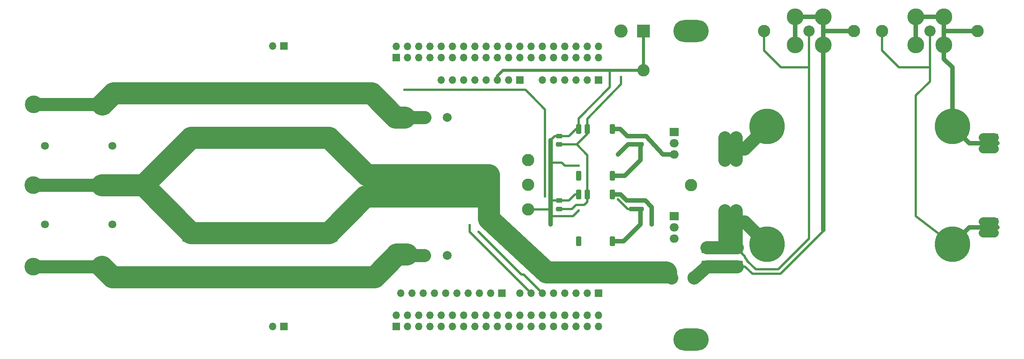
<source format=gbr>
%TF.GenerationSoftware,KiCad,Pcbnew,9.0.2*%
%TF.CreationDate,2025-08-05T09:14:22-05:00*%
%TF.ProjectId,ST2402,53543234-3032-42e6-9b69-6361645f7063,1*%
%TF.SameCoordinates,Original*%
%TF.FileFunction,Copper,L2,Bot*%
%TF.FilePolarity,Positive*%
%FSLAX46Y46*%
G04 Gerber Fmt 4.6, Leading zero omitted, Abs format (unit mm)*
G04 Created by KiCad (PCBNEW 9.0.2) date 2025-08-05 09:14:22*
%MOMM*%
%LPD*%
G01*
G04 APERTURE LIST*
G04 Aperture macros list*
%AMRoundRect*
0 Rectangle with rounded corners*
0 $1 Rounding radius*
0 $2 $3 $4 $5 $6 $7 $8 $9 X,Y pos of 4 corners*
0 Add a 4 corners polygon primitive as box body*
4,1,4,$2,$3,$4,$5,$6,$7,$8,$9,$2,$3,0*
0 Add four circle primitives for the rounded corners*
1,1,$1+$1,$2,$3*
1,1,$1+$1,$4,$5*
1,1,$1+$1,$6,$7*
1,1,$1+$1,$8,$9*
0 Add four rect primitives between the rounded corners*
20,1,$1+$1,$2,$3,$4,$5,0*
20,1,$1+$1,$4,$5,$6,$7,0*
20,1,$1+$1,$6,$7,$8,$9,0*
20,1,$1+$1,$8,$9,$2,$3,0*%
G04 Aperture macros list end*
%TA.AperFunction,SMDPad,CuDef*%
%ADD10RoundRect,0.250000X0.625000X-0.312500X0.625000X0.312500X-0.625000X0.312500X-0.625000X-0.312500X0*%
%TD*%
%TA.AperFunction,ComponentPad*%
%ADD11C,2.000000*%
%TD*%
%TA.AperFunction,ComponentPad*%
%ADD12O,8.000000X5.000000*%
%TD*%
%TA.AperFunction,ComponentPad*%
%ADD13R,1.700000X1.700000*%
%TD*%
%TA.AperFunction,ComponentPad*%
%ADD14O,1.700000X1.700000*%
%TD*%
%TA.AperFunction,ComponentPad*%
%ADD15R,2.000000X1.905000*%
%TD*%
%TA.AperFunction,ComponentPad*%
%ADD16O,2.000000X1.905000*%
%TD*%
%TA.AperFunction,ComponentPad*%
%ADD17C,8.000000*%
%TD*%
%TA.AperFunction,ComponentPad*%
%ADD18C,3.000000*%
%TD*%
%TA.AperFunction,ComponentPad*%
%ADD19R,3.000000X3.000000*%
%TD*%
%TA.AperFunction,ComponentPad*%
%ADD20C,2.800000*%
%TD*%
%TA.AperFunction,ComponentPad*%
%ADD21C,2.540000*%
%TD*%
%TA.AperFunction,ComponentPad*%
%ADD22C,3.810000*%
%TD*%
%TA.AperFunction,ComponentPad*%
%ADD23C,1.800000*%
%TD*%
%TA.AperFunction,ComponentPad*%
%ADD24R,4.000000X4.000000*%
%TD*%
%TA.AperFunction,ComponentPad*%
%ADD25C,4.000000*%
%TD*%
%TA.AperFunction,SMDPad,CuDef*%
%ADD26RoundRect,0.300000X-0.300000X-0.800000X0.300000X-0.800000X0.300000X0.800000X-0.300000X0.800000X0*%
%TD*%
%TA.AperFunction,SMDPad,CuDef*%
%ADD27RoundRect,0.250000X0.475000X-0.250000X0.475000X0.250000X-0.475000X0.250000X-0.475000X-0.250000X0*%
%TD*%
%TA.AperFunction,ViaPad*%
%ADD28C,0.600000*%
%TD*%
%TA.AperFunction,Conductor*%
%ADD29C,0.500000*%
%TD*%
%TA.AperFunction,Conductor*%
%ADD30C,3.000000*%
%TD*%
%TA.AperFunction,Conductor*%
%ADD31C,1.000000*%
%TD*%
%TA.AperFunction,Conductor*%
%ADD32C,0.700000*%
%TD*%
%TA.AperFunction,Conductor*%
%ADD33C,5.000000*%
%TD*%
%TA.AperFunction,Conductor*%
%ADD34C,2.000000*%
%TD*%
G04 APERTURE END LIST*
D10*
%TO.P,R8,1*%
%TO.N,Net-(J18-Pin_1)*%
X194945000Y-114850000D03*
%TO.P,R8,2*%
%TO.N,Net-(J19-In)*%
X194945000Y-111925000D03*
%TD*%
%TO.P,R7,1*%
%TO.N,Net-(J18-Pin_1)*%
X192405000Y-114850000D03*
%TO.P,R7,2*%
%TO.N,Net-(J19-In)*%
X192405000Y-111925000D03*
%TD*%
%TO.P,R6,1*%
%TO.N,Net-(J18-Pin_1)*%
X189865000Y-114850000D03*
%TO.P,R6,2*%
%TO.N,Net-(J19-In)*%
X189865000Y-111925000D03*
%TD*%
%TO.P,R5,1*%
%TO.N,Net-(J18-Pin_1)*%
X187325000Y-114850000D03*
%TO.P,R5,2*%
%TO.N,Net-(J19-In)*%
X187325000Y-111925000D03*
%TD*%
D11*
%TO.P,F2,1*%
%TO.N,Net-(Q2-S)*%
X129032000Y-113040000D03*
%TO.P,F2,2*%
%TO.N,Net-(J17-Pin_1)*%
X123952000Y-113030000D03*
%TD*%
D12*
%TO.P,TP2,1,1*%
%TO.N,Net-(J19-In)*%
X184150000Y-132080000D03*
%TD*%
D13*
%TO.P,J11,1,Pin_1*%
%TO.N,Net-(J11-Pin_1)*%
X252750000Y-105430000D03*
D14*
%TO.P,J11,2,Pin_2*%
X250210000Y-105430000D03*
%TO.P,J11,3,Pin_3*%
X252750000Y-107970000D03*
%TO.P,J11,4,Pin_4*%
X250210000Y-107970000D03*
%TD*%
D15*
%TO.P,Q1,1,G*%
%TO.N,Net-(Q1-G)*%
X180340000Y-85090000D03*
D16*
%TO.P,Q1,2,D*%
%TO.N,Net-(Q1-D)*%
X180340000Y-87630000D03*
%TO.P,Q1,3,S*%
%TO.N,FIX_A*%
X180340000Y-90170000D03*
%TD*%
D13*
%TO.P,J22,1,Pin_1*%
%TO.N,Net-(J19-In)*%
X191765000Y-102885000D03*
D14*
%TO.P,J22,2,Pin_2*%
X194305000Y-102885000D03*
%TO.P,J22,3,Pin_3*%
X191765000Y-105425000D03*
%TO.P,J22,4,Pin_4*%
X194305000Y-105425000D03*
%TO.P,J22,5,Pin_5*%
X191765000Y-107965000D03*
%TO.P,J22,6,Pin_6*%
X194305000Y-107965000D03*
%TD*%
D13*
%TO.P,J2,1,Pin_1*%
%TO.N,unconnected-(J2-Pin_1-Pad1)*%
X117475000Y-68275000D03*
D14*
%TO.P,J2,2,Pin_2*%
%TO.N,unconnected-(J2-Pin_2-Pad2)*%
X117475000Y-65735000D03*
%TO.P,J2,3,Pin_3*%
%TO.N,unconnected-(J2-Pin_3-Pad3)*%
X120015000Y-68275000D03*
%TO.P,J2,4,Pin_4*%
%TO.N,unconnected-(J2-Pin_4-Pad4)*%
X120015000Y-65735000D03*
%TO.P,J2,5,Pin_5*%
%TO.N,unconnected-(J2-Pin_5-Pad5)*%
X122555000Y-68275000D03*
%TO.P,J2,6,Pin_6*%
%TO.N,unconnected-(J2-Pin_6-Pad6)*%
X122555000Y-65735000D03*
%TO.P,J2,7,Pin_7*%
%TO.N,unconnected-(J2-Pin_7-Pad7)*%
X125095000Y-68275000D03*
%TO.P,J2,8,Pin_8*%
%TO.N,unconnected-(J2-Pin_8-Pad8)*%
X125095000Y-65735000D03*
%TO.P,J2,9,Pin_9*%
%TO.N,unconnected-(J2-Pin_9-Pad9)*%
X127635000Y-68275000D03*
%TO.P,J2,10,Pin_10*%
%TO.N,unconnected-(J2-Pin_10-Pad10)*%
X127635000Y-65735000D03*
%TO.P,J2,11,Pin_11*%
%TO.N,unconnected-(J2-Pin_11-Pad11)*%
X130175000Y-68275000D03*
%TO.P,J2,12,Pin_12*%
%TO.N,unconnected-(J2-Pin_12-Pad12)*%
X130175000Y-65735000D03*
%TO.P,J2,13,Pin_13*%
%TO.N,unconnected-(J2-Pin_13-Pad13)*%
X132715000Y-68275000D03*
%TO.P,J2,14,Pin_14*%
%TO.N,unconnected-(J2-Pin_14-Pad14)*%
X132715000Y-65735000D03*
%TO.P,J2,15,Pin_15*%
%TO.N,unconnected-(J2-Pin_15-Pad15)*%
X135255000Y-68275000D03*
%TO.P,J2,16,Pin_16*%
%TO.N,unconnected-(J2-Pin_16-Pad16)*%
X135255000Y-65735000D03*
%TO.P,J2,17,Pin_17*%
%TO.N,unconnected-(J2-Pin_17-Pad17)*%
X137795000Y-68275000D03*
%TO.P,J2,18,Pin_18*%
%TO.N,unconnected-(J2-Pin_18-Pad18)*%
X137795000Y-65735000D03*
%TO.P,J2,19,Pin_19*%
%TO.N,unconnected-(J2-Pin_19-Pad19)*%
X140335000Y-68275000D03*
%TO.P,J2,20,Pin_20*%
%TO.N,unconnected-(J2-Pin_20-Pad20)*%
X140335000Y-65735000D03*
%TO.P,J2,21,Pin_21*%
%TO.N,unconnected-(J2-Pin_21-Pad21)*%
X142875000Y-68275000D03*
%TO.P,J2,22,Pin_22*%
%TO.N,unconnected-(J2-Pin_22-Pad22)*%
X142875000Y-65735000D03*
%TO.P,J2,23,Pin_23*%
%TO.N,unconnected-(J2-Pin_23-Pad23)*%
X145415000Y-68275000D03*
%TO.P,J2,24,Pin_24*%
%TO.N,unconnected-(J2-Pin_24-Pad24)*%
X145415000Y-65735000D03*
%TO.P,J2,25,Pin_25*%
%TO.N,unconnected-(J2-Pin_25-Pad25)*%
X147955000Y-68275000D03*
%TO.P,J2,26,Pin_26*%
%TO.N,unconnected-(J2-Pin_26-Pad26)*%
X147955000Y-65735000D03*
%TO.P,J2,27,Pin_27*%
%TO.N,unconnected-(J2-Pin_27-Pad27)*%
X150495000Y-68275000D03*
%TO.P,J2,28,Pin_28*%
%TO.N,unconnected-(J2-Pin_28-Pad28)*%
X150495000Y-65735000D03*
%TO.P,J2,29,Pin_29*%
%TO.N,unconnected-(J2-Pin_29-Pad29)*%
X153035000Y-68275000D03*
%TO.P,J2,30,Pin_30*%
%TO.N,unconnected-(J2-Pin_30-Pad30)*%
X153035000Y-65735000D03*
%TO.P,J2,31,Pin_31*%
%TO.N,unconnected-(J2-Pin_31-Pad31)*%
X155575000Y-68275000D03*
%TO.P,J2,32,Pin_32*%
%TO.N,unconnected-(J2-Pin_32-Pad32)*%
X155575000Y-65735000D03*
%TO.P,J2,33,Pin_33*%
%TO.N,unconnected-(J2-Pin_33-Pad33)*%
X158115000Y-68275000D03*
%TO.P,J2,34,Pin_34*%
%TO.N,unconnected-(J2-Pin_34-Pad34)*%
X158115000Y-65735000D03*
%TO.P,J2,35,Pin_35*%
%TO.N,unconnected-(J2-Pin_35-Pad35)*%
X160655000Y-68275000D03*
%TO.P,J2,36,Pin_36*%
%TO.N,unconnected-(J2-Pin_36-Pad36)*%
X160655000Y-65735000D03*
%TO.P,J2,37,Pin_37*%
%TO.N,unconnected-(J2-Pin_37-Pad37)*%
X163195000Y-68275000D03*
%TO.P,J2,38,Pin_38*%
%TO.N,unconnected-(J2-Pin_38-Pad38)*%
X163195000Y-65735000D03*
%TD*%
D13*
%TO.P,J12,1,Pin_1*%
%TO.N,Net-(J12-Pin_1)*%
X252750000Y-86380000D03*
D14*
%TO.P,J12,2,Pin_2*%
X250210000Y-86380000D03*
%TO.P,J12,3,Pin_3*%
X252750000Y-88920000D03*
%TO.P,J12,4,Pin_4*%
X250210000Y-88920000D03*
%TD*%
D13*
%TO.P,J4,1,Pin_1*%
%TO.N,unconnected-(J4-Pin_1-Pad1)*%
X145415000Y-73355000D03*
D14*
%TO.P,J4,2,Pin_2*%
%TO.N,unconnected-(J4-Pin_2-Pad2)*%
X142875000Y-73355000D03*
%TO.P,J4,3,Pin_3*%
%TO.N,GND*%
X140335000Y-73355000D03*
%TO.P,J4,4,Pin_4*%
%TO.N,5V*%
X137795000Y-73355000D03*
%TO.P,J4,5,Pin_5*%
%TO.N,unconnected-(J4-Pin_5-Pad5)*%
X135255000Y-73355000D03*
%TO.P,J4,6,Pin_6*%
%TO.N,unconnected-(J4-Pin_6-Pad6)*%
X132715000Y-73355000D03*
%TO.P,J4,7,Pin_7*%
%TO.N,unconnected-(J4-Pin_7-Pad7)*%
X130175000Y-73355000D03*
%TO.P,J4,8,Pin_8*%
%TO.N,unconnected-(J4-Pin_8-Pad8)*%
X127635000Y-73355000D03*
%TD*%
D17*
%TO.P,TP18,1,1*%
%TO.N,Net-(J12-Pin_1)*%
X243205000Y-83820000D03*
%TD*%
D18*
%TO.P,J14,1,Pin_1*%
%TO.N,FIX_B*%
X179705000Y-118110000D03*
%TD*%
D19*
%TO.P,J9,1,Pin_1*%
%TO.N,GND*%
X173355000Y-62230000D03*
D18*
%TO.P,J9,2,Pin_2*%
%TO.N,+12V*%
X168275000Y-62230000D03*
%TD*%
D20*
%TO.P,TP6,1,1*%
%TO.N,FIX_A*%
X184150000Y-97155000D03*
%TD*%
D11*
%TO.P,F1,1*%
%TO.N,Net-(Q1-D)*%
X129032000Y-81798000D03*
%TO.P,F1,2*%
%TO.N,Net-(J15-Pin_1)*%
X123952000Y-81788000D03*
%TD*%
D21*
%TO.P,J19,1,In*%
%TO.N,Net-(J19-In)*%
X210820000Y-62230000D03*
D22*
%TO.P,J19,2,Ext*%
%TO.N,Net-(J18-Pin_1)*%
X207645000Y-59055000D03*
X207645000Y-65405000D03*
X213995000Y-59055000D03*
X213995000Y-65405000D03*
%TD*%
D23*
%TO.P,R9,1*%
%TO.N,Net-(J15-Pin_1)*%
X38100000Y-88265000D03*
%TO.P,R9,2*%
%TO.N,FIX_B*%
X53340000Y-88265000D03*
%TD*%
D21*
%TO.P,J13,1,In*%
%TO.N,Net-(J11-Pin_1)*%
X238125000Y-62230000D03*
D22*
%TO.P,J13,2,Ext*%
%TO.N,Net-(J12-Pin_1)*%
X234950000Y-59055000D03*
X234950000Y-65405000D03*
X241300000Y-59055000D03*
X241300000Y-65405000D03*
%TD*%
D17*
%TO.P,TP17,1,1*%
%TO.N,Net-(J19-In)*%
X201295000Y-110490000D03*
%TD*%
D20*
%TO.P,TP14,1,1*%
%TO.N,Net-(J19-In)*%
X200660000Y-62230000D03*
%TD*%
D24*
%TO.P,C14,1*%
%TO.N,FIX_B*%
X102235000Y-107950000D03*
D25*
%TO.P,C14,2*%
%TO.N,Net-(J17-Pin_1)*%
X102235000Y-117950000D03*
%TD*%
D13*
%TO.P,J1,1,Pin_1*%
%TO.N,unconnected-(J1-Pin_1-Pad1)*%
X117475000Y-129185000D03*
D14*
%TO.P,J1,2,Pin_2*%
%TO.N,unconnected-(J1-Pin_2-Pad2)*%
X117475000Y-126645000D03*
%TO.P,J1,3,Pin_3*%
%TO.N,unconnected-(J1-Pin_3-Pad3)*%
X120015000Y-129185000D03*
%TO.P,J1,4,Pin_4*%
%TO.N,unconnected-(J1-Pin_4-Pad4)*%
X120015000Y-126645000D03*
%TO.P,J1,5,Pin_5*%
%TO.N,unconnected-(J1-Pin_5-Pad5)*%
X122555000Y-129185000D03*
%TO.P,J1,6,Pin_6*%
%TO.N,unconnected-(J1-Pin_6-Pad6)*%
X122555000Y-126645000D03*
%TO.P,J1,7,Pin_7*%
%TO.N,unconnected-(J1-Pin_7-Pad7)*%
X125095000Y-129185000D03*
%TO.P,J1,8,Pin_8*%
%TO.N,unconnected-(J1-Pin_8-Pad8)*%
X125095000Y-126645000D03*
%TO.P,J1,9,Pin_9*%
%TO.N,unconnected-(J1-Pin_9-Pad9)*%
X127635000Y-129185000D03*
%TO.P,J1,10,Pin_10*%
%TO.N,unconnected-(J1-Pin_10-Pad10)*%
X127635000Y-126645000D03*
%TO.P,J1,11,Pin_11*%
%TO.N,unconnected-(J1-Pin_11-Pad11)*%
X130175000Y-129185000D03*
%TO.P,J1,12,Pin_12*%
%TO.N,unconnected-(J1-Pin_12-Pad12)*%
X130175000Y-126645000D03*
%TO.P,J1,13,Pin_13*%
%TO.N,unconnected-(J1-Pin_13-Pad13)*%
X132715000Y-129185000D03*
%TO.P,J1,14,Pin_14*%
%TO.N,unconnected-(J1-Pin_14-Pad14)*%
X132715000Y-126645000D03*
%TO.P,J1,15,Pin_15*%
%TO.N,unconnected-(J1-Pin_15-Pad15)*%
X135255000Y-129185000D03*
%TO.P,J1,16,Pin_16*%
%TO.N,unconnected-(J1-Pin_16-Pad16)*%
X135255000Y-126645000D03*
%TO.P,J1,17,Pin_17*%
%TO.N,unconnected-(J1-Pin_17-Pad17)*%
X137795000Y-129185000D03*
%TO.P,J1,18,Pin_18*%
%TO.N,unconnected-(J1-Pin_18-Pad18)*%
X137795000Y-126645000D03*
%TO.P,J1,19,Pin_19*%
%TO.N,unconnected-(J1-Pin_19-Pad19)*%
X140335000Y-129185000D03*
%TO.P,J1,20,Pin_20*%
%TO.N,unconnected-(J1-Pin_20-Pad20)*%
X140335000Y-126645000D03*
%TO.P,J1,21,Pin_21*%
%TO.N,unconnected-(J1-Pin_21-Pad21)*%
X142875000Y-129185000D03*
%TO.P,J1,22,Pin_22*%
%TO.N,unconnected-(J1-Pin_22-Pad22)*%
X142875000Y-126645000D03*
%TO.P,J1,23,Pin_23*%
%TO.N,unconnected-(J1-Pin_23-Pad23)*%
X145415000Y-129185000D03*
%TO.P,J1,24,Pin_24*%
%TO.N,unconnected-(J1-Pin_24-Pad24)*%
X145415000Y-126645000D03*
%TO.P,J1,25,Pin_25*%
%TO.N,unconnected-(J1-Pin_25-Pad25)*%
X147955000Y-129185000D03*
%TO.P,J1,26,Pin_26*%
%TO.N,unconnected-(J1-Pin_26-Pad26)*%
X147955000Y-126645000D03*
%TO.P,J1,27,Pin_27*%
%TO.N,unconnected-(J1-Pin_27-Pad27)*%
X150495000Y-129185000D03*
%TO.P,J1,28,Pin_28*%
%TO.N,unconnected-(J1-Pin_28-Pad28)*%
X150495000Y-126645000D03*
%TO.P,J1,29,Pin_29*%
%TO.N,unconnected-(J1-Pin_29-Pad29)*%
X153035000Y-129185000D03*
%TO.P,J1,30,Pin_30*%
%TO.N,unconnected-(J1-Pin_30-Pad30)*%
X153035000Y-126645000D03*
%TO.P,J1,31,Pin_31*%
%TO.N,unconnected-(J1-Pin_31-Pad31)*%
X155575000Y-129185000D03*
%TO.P,J1,32,Pin_32*%
%TO.N,unconnected-(J1-Pin_32-Pad32)*%
X155575000Y-126645000D03*
%TO.P,J1,33,Pin_33*%
%TO.N,unconnected-(J1-Pin_33-Pad33)*%
X158115000Y-129185000D03*
%TO.P,J1,34,Pin_34*%
%TO.N,unconnected-(J1-Pin_34-Pad34)*%
X158115000Y-126645000D03*
%TO.P,J1,35,Pin_35*%
%TO.N,unconnected-(J1-Pin_35-Pad35)*%
X160655000Y-129185000D03*
%TO.P,J1,36,Pin_36*%
%TO.N,unconnected-(J1-Pin_36-Pad36)*%
X160655000Y-126645000D03*
%TO.P,J1,37,Pin_37*%
%TO.N,unconnected-(J1-Pin_37-Pad37)*%
X163195000Y-129185000D03*
%TO.P,J1,38,Pin_38*%
%TO.N,unconnected-(J1-Pin_38-Pad38)*%
X163195000Y-126645000D03*
%TD*%
D20*
%TO.P,TP12,1,1*%
%TO.N,GND*%
X173355000Y-71120000D03*
%TD*%
D24*
%TO.P,C10,1*%
%TO.N,Net-(J15-Pin_1)*%
X71120000Y-76360000D03*
D25*
%TO.P,C10,2*%
%TO.N,FIX_B*%
X71120000Y-86360000D03*
%TD*%
D13*
%TO.P,J8,1,Pin_1*%
%TO.N,unconnected-(J8-Pin_1-Pad1)*%
X92075000Y-65659000D03*
D14*
%TO.P,J8,2,Pin_2*%
%TO.N,unconnected-(J8-Pin_2-Pad2)*%
X89535000Y-65659000D03*
%TD*%
D13*
%TO.P,J6,1,Pin_1*%
%TO.N,unconnected-(J6-Pin_1-Pad1)*%
X141395000Y-121585000D03*
D14*
%TO.P,J6,2,Pin_2*%
%TO.N,unconnected-(J6-Pin_2-Pad2)*%
X138855000Y-121585000D03*
%TO.P,J6,3,Pin_3*%
%TO.N,unconnected-(J6-Pin_3-Pad3)*%
X136315000Y-121585000D03*
%TO.P,J6,4,Pin_4*%
%TO.N,unconnected-(J6-Pin_4-Pad4)*%
X133775000Y-121585000D03*
%TO.P,J6,5,Pin_5*%
%TO.N,unconnected-(J6-Pin_5-Pad5)*%
X131235000Y-121585000D03*
%TO.P,J6,6,Pin_6*%
%TO.N,unconnected-(J6-Pin_6-Pad6)*%
X128695000Y-121585000D03*
%TO.P,J6,7,Pin_7*%
%TO.N,unconnected-(J6-Pin_7-Pad7)*%
X126155000Y-121585000D03*
%TO.P,J6,8,Pin_8*%
%TO.N,unconnected-(J6-Pin_8-Pad8)*%
X123615000Y-121585000D03*
%TO.P,J6,9,Pin_9*%
%TO.N,unconnected-(J6-Pin_9-Pad9)*%
X121075000Y-121585000D03*
%TO.P,J6,10,Pin_10*%
%TO.N,unconnected-(J6-Pin_10-Pad10)*%
X118535000Y-121585000D03*
%TD*%
D20*
%TO.P,TP5,1,1*%
%TO.N,PWM_L*%
X147320000Y-97028000D03*
%TD*%
%TO.P,TP4,1,1*%
%TO.N,PWM_U*%
X147320000Y-91440000D03*
%TD*%
D18*
%TO.P,J18,1,Pin_1*%
%TO.N,Net-(J18-Pin_1)*%
X184785000Y-118110000D03*
%TD*%
D25*
%TO.P,J16,1,Pin_1*%
%TO.N,FIX_B*%
X50930000Y-97155000D03*
X35430000Y-97155000D03*
%TD*%
D20*
%TO.P,TP11,1,1*%
%TO.N,GND*%
X147320000Y-102616000D03*
%TD*%
D15*
%TO.P,Q2,1,G*%
%TO.N,Net-(Q2-G)*%
X180340000Y-104140000D03*
D16*
%TO.P,Q2,2,D*%
%TO.N,FIX_A*%
X180340000Y-106680000D03*
%TO.P,Q2,3,S*%
%TO.N,Net-(Q2-S)*%
X180340000Y-109220000D03*
%TD*%
D13*
%TO.P,J5,1,Pin_1*%
%TO.N,unconnected-(J5-Pin_1-Pad1)*%
X163195000Y-73355000D03*
D14*
%TO.P,J5,2,Pin_2*%
%TO.N,unconnected-(J5-Pin_2-Pad2)*%
X160655000Y-73355000D03*
%TO.P,J5,3,Pin_3*%
%TO.N,unconnected-(J5-Pin_3-Pad3)*%
X158115000Y-73355000D03*
%TO.P,J5,4,Pin_4*%
%TO.N,unconnected-(J5-Pin_4-Pad4)*%
X155575000Y-73355000D03*
%TO.P,J5,5,Pin_5*%
%TO.N,unconnected-(J5-Pin_5-Pad5)*%
X153035000Y-73355000D03*
%TO.P,J5,6,Pin_6*%
%TO.N,unconnected-(J5-Pin_6-Pad6)*%
X150495000Y-73355000D03*
%TD*%
D12*
%TO.P,TP1,1,1*%
%TO.N,FIX_A*%
X184150000Y-62230000D03*
%TD*%
D17*
%TO.P,TP16,1,1*%
%TO.N,FIX_A*%
X201295000Y-83820000D03*
%TD*%
D23*
%TO.P,R10,1*%
%TO.N,FIX_B*%
X53340000Y-106045000D03*
%TO.P,R10,2*%
%TO.N,Net-(J17-Pin_1)*%
X38100000Y-106045000D03*
%TD*%
D25*
%TO.P,J17,1,Pin_1*%
%TO.N,Net-(J17-Pin_1)*%
X50930000Y-115570000D03*
X35430000Y-115570000D03*
%TD*%
%TO.P,J15,1,Pin_1*%
%TO.N,Net-(J15-Pin_1)*%
X51060000Y-78900000D03*
X35560000Y-78900000D03*
%TD*%
D20*
%TO.P,TP15,1,1*%
%TO.N,Net-(J18-Pin_1)*%
X220980000Y-62230000D03*
%TD*%
%TO.P,TP13,1,1*%
%TO.N,Net-(J12-Pin_1)*%
X248920000Y-62230000D03*
%TD*%
D24*
%TO.P,C13,1*%
%TO.N,FIX_B*%
X71120000Y-107950000D03*
D25*
%TO.P,C13,2*%
%TO.N,Net-(J17-Pin_1)*%
X71120000Y-117950000D03*
%TD*%
D13*
%TO.P,J7,1,Pin_1*%
%TO.N,unconnected-(J7-Pin_1-Pad1)*%
X92075000Y-129185000D03*
D14*
%TO.P,J7,2,Pin_2*%
%TO.N,unconnected-(J7-Pin_2-Pad2)*%
X89535000Y-129185000D03*
%TD*%
D13*
%TO.P,J3,1,Pin_1*%
%TO.N,unconnected-(J3-Pin_1-Pad1)*%
X163195000Y-121585000D03*
D14*
%TO.P,J3,2,Pin_2*%
%TO.N,unconnected-(J3-Pin_2-Pad2)*%
X160655000Y-121585000D03*
%TO.P,J3,3,Pin_3*%
%TO.N,unconnected-(J3-Pin_3-Pad3)*%
X158115000Y-121585000D03*
%TO.P,J3,4,Pin_4*%
%TO.N,unconnected-(J3-Pin_4-Pad4)*%
X155575000Y-121585000D03*
%TO.P,J3,5,Pin_5*%
%TO.N,unconnected-(J3-Pin_5-Pad5)*%
X153035000Y-121585000D03*
%TO.P,J3,6,Pin_6*%
%TO.N,PWM_L*%
X150495000Y-121585000D03*
%TO.P,J3,7,Pin_7*%
%TO.N,PWM_U*%
X147955000Y-121585000D03*
%TO.P,J3,8,Pin_8*%
%TO.N,unconnected-(J3-Pin_8-Pad8)*%
X145415000Y-121585000D03*
%TD*%
D13*
%TO.P,J21,1,Pin_1*%
%TO.N,FIX_A*%
X191770000Y-86360000D03*
D14*
%TO.P,J21,2,Pin_2*%
X194310000Y-86360000D03*
%TO.P,J21,3,Pin_3*%
X191770000Y-88900000D03*
%TO.P,J21,4,Pin_4*%
X194310000Y-88900000D03*
%TO.P,J21,5,Pin_5*%
X191770000Y-91440000D03*
%TO.P,J21,6,Pin_6*%
X194310000Y-91440000D03*
%TD*%
D17*
%TO.P,TP19,1,1*%
%TO.N,Net-(J11-Pin_1)*%
X243205000Y-110490000D03*
%TD*%
D20*
%TO.P,TP10,1,1*%
%TO.N,Net-(J11-Pin_1)*%
X227330000Y-62230000D03*
%TD*%
D24*
%TO.P,C11,1*%
%TO.N,Net-(J15-Pin_1)*%
X102235000Y-76360000D03*
D25*
%TO.P,C11,2*%
%TO.N,FIX_B*%
X102235000Y-86360000D03*
%TD*%
D26*
%TO.P,U7,1,-Vin*%
%TO.N,GND*%
X158750000Y-99255000D03*
%TO.P,U7,2,+Vin*%
%TO.N,+12V*%
X160655000Y-99255000D03*
%TO.P,U7,4,-Vout*%
%TO.N,Net-(Q2-S)*%
X166370000Y-99255000D03*
%TO.P,U7,5,+Vout*%
%TO.N,Net-(U7-+Vout)*%
X166370000Y-109855000D03*
%TO.P,U7,8,nc*%
%TO.N,unconnected-(U7-nc-Pad8)*%
X158750000Y-109855000D03*
%TD*%
D27*
%TO.P,C6,1*%
%TO.N,+12V*%
X154305000Y-87945000D03*
%TO.P,C6,2*%
%TO.N,GND*%
X154305000Y-86045000D03*
%TD*%
%TO.P,C35,1*%
%TO.N,Net-(U7-+Vout)*%
X170815000Y-102550000D03*
%TO.P,C35,2*%
%TO.N,Net-(Q2-S)*%
X170815000Y-100650000D03*
%TD*%
%TO.P,C34,1*%
%TO.N,Net-(U1-+Vout)*%
X170815000Y-87945000D03*
%TO.P,C34,2*%
%TO.N,FIX_A*%
X170815000Y-86045000D03*
%TD*%
%TO.P,C4,1*%
%TO.N,+12V*%
X154305000Y-102550000D03*
%TO.P,C4,2*%
%TO.N,GND*%
X154305000Y-100650000D03*
%TD*%
%TO.P,C36,1*%
%TO.N,Net-(U1-+Vout)*%
X172720000Y-87945000D03*
%TO.P,C36,2*%
%TO.N,FIX_A*%
X172720000Y-86045000D03*
%TD*%
D26*
%TO.P,U1,1,-Vin*%
%TO.N,GND*%
X158750000Y-84455000D03*
%TO.P,U1,2,+Vin*%
%TO.N,+12V*%
X160655000Y-84455000D03*
%TO.P,U1,4,-Vout*%
%TO.N,FIX_A*%
X166370000Y-84455000D03*
%TO.P,U1,5,+Vout*%
%TO.N,Net-(U1-+Vout)*%
X166370000Y-95055000D03*
%TO.P,U1,8,nc*%
%TO.N,unconnected-(U1-nc-Pad8)*%
X158750000Y-95055000D03*
%TD*%
D27*
%TO.P,C37,1*%
%TO.N,Net-(U7-+Vout)*%
X172720000Y-102550000D03*
%TO.P,C37,2*%
%TO.N,Net-(Q2-S)*%
X172720000Y-100650000D03*
%TD*%
D28*
%TO.N,Net-(J18-Pin_1)*%
X188214000Y-115570000D03*
X188976000Y-115570000D03*
X190500000Y-115570000D03*
X191262000Y-115570000D03*
X192024000Y-115570000D03*
X194310000Y-115570000D03*
X193548000Y-115570000D03*
X192786000Y-115570000D03*
X189738000Y-115570000D03*
%TO.N,Net-(J19-In)*%
X193548000Y-111252000D03*
X192024000Y-111252000D03*
X190500000Y-111252000D03*
X188976000Y-111252000D03*
X188214000Y-111252000D03*
X194310000Y-111252000D03*
X192786000Y-111252000D03*
X189738000Y-111252000D03*
X191262000Y-111252000D03*
%TO.N,+5V*%
X119380000Y-75565000D03*
X151130000Y-99695000D03*
X151130000Y-97155000D03*
%TO.N,GND*%
X152400000Y-90170000D03*
X158750000Y-92710000D03*
X152400000Y-92075000D03*
X152400000Y-102235000D03*
X152400000Y-95885000D03*
X158750000Y-102870000D03*
X152400000Y-100330000D03*
X152400000Y-106045000D03*
%TO.N,+12V*%
X168275000Y-72644000D03*
%TO.N,FIX_B*%
X156210000Y-117856000D03*
X139192000Y-99568000D03*
X139192000Y-93980000D03*
X163195000Y-117856000D03*
X175260000Y-117856000D03*
X139192000Y-100584000D03*
X137160000Y-94996000D03*
X160020000Y-117856000D03*
X174625000Y-117856000D03*
X138176000Y-93980000D03*
X139192000Y-94996000D03*
X138176000Y-98552000D03*
X139192000Y-96012000D03*
X171450000Y-117856000D03*
X137160000Y-98552000D03*
X138176000Y-96012000D03*
X168275000Y-117856000D03*
X156845000Y-117856000D03*
X138176000Y-94996000D03*
X160655000Y-117856000D03*
X163830000Y-117856000D03*
X137160000Y-99568000D03*
X137160000Y-96012000D03*
X175895000Y-117856000D03*
X167005000Y-117856000D03*
X137160000Y-93980000D03*
X138176000Y-99568000D03*
X172085000Y-117856000D03*
X159385000Y-117856000D03*
X139192000Y-98552000D03*
X137160000Y-100584000D03*
X138176000Y-100584000D03*
X155575000Y-117856000D03*
X164465000Y-117856000D03*
X170815000Y-117856000D03*
X167640000Y-117856000D03*
%TO.N,Net-(U1-+Vout)*%
X167640000Y-90170000D03*
%TO.N,Net-(U7-+Vout)*%
X167640000Y-100330000D03*
%TO.N,PWM_L*%
X136144000Y-107696000D03*
%TO.N,PWM_U*%
X134112000Y-106172000D03*
%TO.N,Net-(Q2-S)*%
X175260000Y-106045000D03*
%TD*%
D29*
%TO.N,Net-(J19-In)*%
X196342000Y-113322000D02*
X194945000Y-111925000D01*
X196342000Y-113538000D02*
X196342000Y-113322000D01*
X196596000Y-113792000D02*
X196342000Y-113538000D01*
X196596000Y-113919000D02*
X196596000Y-113792000D01*
X196850000Y-114173000D02*
X196596000Y-113919000D01*
X196850000Y-114300000D02*
X196850000Y-114173000D01*
X198755000Y-116205000D02*
X203835000Y-116205000D01*
X198755000Y-116205000D02*
X196850000Y-114300000D01*
%TO.N,Net-(J18-Pin_1)*%
X197993000Y-117221000D02*
X204343000Y-117221000D01*
X195326000Y-115570000D02*
X195072000Y-115316000D01*
X196342000Y-115570000D02*
X195326000Y-115570000D01*
X197993000Y-117221000D02*
X196342000Y-115570000D01*
X214122000Y-107442000D02*
X204343000Y-117221000D01*
%TO.N,Net-(J19-In)*%
X210820000Y-109220000D02*
X203835000Y-116205000D01*
X210820000Y-70485000D02*
X210820000Y-109220000D01*
D30*
%TO.N,Net-(J18-Pin_1)*%
X184785000Y-118110000D02*
X187706000Y-115570000D01*
%TO.N,Net-(J19-In)*%
X191765000Y-102885000D02*
X191770000Y-111252000D01*
X194305000Y-102885000D02*
X194310000Y-111252000D01*
X187706000Y-111252000D02*
X194564000Y-111252000D01*
%TO.N,Net-(J18-Pin_1)*%
X187706000Y-115570000D02*
X194564000Y-115570000D01*
D31*
%TO.N,FIX_A*%
X177800000Y-90170000D02*
X180340000Y-90170000D01*
X172720000Y-86045000D02*
X173929000Y-86045000D01*
X173929000Y-86045000D02*
X177800000Y-90170000D01*
D29*
%TO.N,+5V*%
X146685000Y-75565000D02*
X147955000Y-76835000D01*
X119380000Y-75565000D02*
X146685000Y-75565000D01*
X151130000Y-97155000D02*
X151130000Y-80010000D01*
X151130000Y-80010000D02*
X147955000Y-76835000D01*
%TO.N,Net-(U7-+Vout)*%
X169860000Y-102550000D02*
X170815000Y-102550000D01*
D31*
X172720000Y-106045000D02*
X172720000Y-102550000D01*
X168910000Y-109855000D02*
X172720000Y-106045000D01*
X166370000Y-109855000D02*
X168910000Y-109855000D01*
%TO.N,Net-(U1-+Vout)*%
X169105000Y-95055000D02*
X172720000Y-91440000D01*
X166370000Y-95055000D02*
X169105000Y-95055000D01*
X172720000Y-91440000D02*
X172720000Y-87945000D01*
%TO.N,Net-(U7-+Vout)*%
X172720000Y-102550000D02*
X170815000Y-102550000D01*
D29*
%TO.N,+5V*%
X151130000Y-97155000D02*
X151130000Y-99695000D01*
%TO.N,+12V*%
X158264999Y-87945000D02*
X160655000Y-90335001D01*
X160655000Y-90335001D02*
X160655000Y-99255000D01*
%TO.N,GND*%
X158115000Y-84455000D02*
X156525000Y-86045000D01*
X152720000Y-100650000D02*
X152400000Y-100330000D01*
D32*
X173355000Y-62230000D02*
X173355000Y-71120000D01*
D29*
X154305000Y-100650000D02*
X152720000Y-100650000D01*
D32*
X140335000Y-73355000D02*
X140335000Y-72390000D01*
D29*
X156525000Y-100650000D02*
X154305000Y-100650000D01*
X156525000Y-86045000D02*
X154305000Y-86045000D01*
D32*
X140335000Y-72390000D02*
X141605000Y-71120000D01*
D29*
X165735000Y-74930000D02*
X165735000Y-71120000D01*
X158750000Y-92710000D02*
X155575000Y-92710000D01*
D32*
X165735000Y-71120000D02*
X173355000Y-71120000D01*
D29*
X147320000Y-102616000D02*
X152400000Y-102616000D01*
X153350000Y-86045000D02*
X152400000Y-86995000D01*
D31*
X152400000Y-104140000D02*
X152400000Y-106045000D01*
D29*
X155575000Y-92710000D02*
X154940000Y-92075000D01*
X158750000Y-84455000D02*
X158115000Y-84455000D01*
X154305000Y-86045000D02*
X153350000Y-86045000D01*
X157920000Y-99255000D02*
X156525000Y-100650000D01*
X158750000Y-102870000D02*
X157480000Y-104140000D01*
X157480000Y-104140000D02*
X152400000Y-104140000D01*
X158750000Y-82042000D02*
X165735000Y-74930000D01*
D31*
X152400000Y-104140000D02*
X152400000Y-86995000D01*
D29*
X154940000Y-92075000D02*
X152400000Y-92075000D01*
D32*
X141605000Y-71120000D02*
X167640000Y-71120000D01*
D29*
X158750000Y-84455000D02*
X158750000Y-82042000D01*
X158750000Y-99255000D02*
X157920000Y-99255000D01*
%TO.N,+12V*%
X160655000Y-100965000D02*
X160655000Y-99255000D01*
X154305000Y-102550000D02*
X157165000Y-102550000D01*
X158264999Y-87945000D02*
X160655000Y-85554999D01*
X160655000Y-85554999D02*
X160655000Y-84455000D01*
X160655000Y-82169000D02*
X168275000Y-74295000D01*
X160020000Y-101600000D02*
X160655000Y-100965000D01*
X160655000Y-84455000D02*
X160655000Y-82169000D01*
X158115000Y-101600000D02*
X157165000Y-102550000D01*
X154305000Y-87945000D02*
X158264999Y-87945000D01*
X168275000Y-74295000D02*
X168275000Y-72644000D01*
X158115000Y-101600000D02*
X160020000Y-101600000D01*
D31*
%TO.N,FIX_A*%
X166370000Y-84455000D02*
X168115000Y-84455000D01*
X168115000Y-84455000D02*
X169705000Y-86045000D01*
X169705000Y-86045000D02*
X172720000Y-86045000D01*
X191770000Y-86360000D02*
X194310000Y-86360000D01*
D30*
X196215000Y-88900000D02*
X201295000Y-83820000D01*
X194310000Y-86360000D02*
X194310000Y-91440000D01*
X191770000Y-86360000D02*
X191770000Y-91440000D01*
X194310000Y-88900000D02*
X196215000Y-88900000D01*
D33*
%TO.N,FIX_B*%
X60325000Y-97155000D02*
X71120000Y-107950000D01*
X60325000Y-97155000D02*
X50930000Y-97155000D01*
D30*
X179070000Y-117475000D02*
X179705000Y-118110000D01*
D33*
X134620000Y-99695000D02*
X110490000Y-99695000D01*
X60325000Y-97155000D02*
X71120000Y-86360000D01*
X151447500Y-116840000D02*
X138430000Y-104775000D01*
X110765000Y-94890000D02*
X102235000Y-86360000D01*
D30*
X138430000Y-99695000D02*
X138430000Y-94890000D01*
D33*
X138430000Y-104775000D02*
X138430000Y-94890000D01*
D30*
X138430000Y-99695000D02*
X138430000Y-97997944D01*
X35430000Y-97155000D02*
X50930000Y-97155000D01*
D33*
X138430000Y-99695000D02*
X134620000Y-99695000D01*
X102235000Y-107950000D02*
X71120000Y-107950000D01*
X110490000Y-99695000D02*
X102235000Y-107950000D01*
X178435000Y-116840000D02*
X151447500Y-116840000D01*
X102235000Y-86360000D02*
X71120000Y-86360000D01*
X138430000Y-94890000D02*
X110765000Y-94890000D01*
D29*
%TO.N,Net-(J11-Pin_1)*%
X238125000Y-62230000D02*
X238125000Y-73660000D01*
X227330000Y-66675000D02*
X231140000Y-70485000D01*
X231140000Y-70485000D02*
X238142597Y-70485000D01*
X234950000Y-104140000D02*
X243205000Y-110490000D01*
D34*
X250210000Y-107970000D02*
X252750000Y-107970000D01*
D31*
X243205000Y-110490000D02*
X247015000Y-106680000D01*
X247015000Y-106680000D02*
X253365000Y-106680000D01*
D34*
X250210000Y-105430000D02*
X252750000Y-105430000D01*
D29*
X227330000Y-62230000D02*
X227330000Y-66675000D01*
X238125000Y-73660000D02*
X234950000Y-76835000D01*
X234950000Y-76835000D02*
X234950000Y-104140000D01*
D33*
%TO.N,Net-(J17-Pin_1)*%
X117588000Y-112776000D02*
X117588000Y-112917000D01*
X71120000Y-117950000D02*
X53310000Y-117950000D01*
X102235000Y-117950000D02*
X112555000Y-117950000D01*
X53310000Y-117950000D02*
X50930000Y-115570000D01*
X117588000Y-112917000D02*
X112555000Y-117950000D01*
D30*
X123825000Y-113030000D02*
X120142000Y-113030000D01*
X120142000Y-113030000D02*
X119888000Y-112776000D01*
D33*
X117588000Y-112776000D02*
X119888000Y-112776000D01*
X102235000Y-117950000D02*
X71120000Y-117950000D01*
D30*
X50930000Y-115570000D02*
X35430000Y-115570000D01*
D31*
%TO.N,Net-(J12-Pin_1)*%
X243205000Y-83820000D02*
X243205000Y-70485000D01*
X243205000Y-83820000D02*
X247015000Y-87630000D01*
X241300000Y-68580000D02*
X241300000Y-65405000D01*
X243205000Y-70485000D02*
X241300000Y-68580000D01*
D34*
X250210000Y-88920000D02*
X252750000Y-88920000D01*
D31*
X247015000Y-87630000D02*
X253365000Y-87630000D01*
X248920000Y-62230000D02*
X241300000Y-62230000D01*
D34*
X250210000Y-86380000D02*
X252750000Y-86380000D01*
D31*
X234950000Y-65405000D02*
X234950000Y-59055000D01*
X234950000Y-59055000D02*
X241300000Y-59055000D01*
X241300000Y-62230000D02*
X241300000Y-65405000D01*
X241300000Y-59055000D02*
X241300000Y-62230000D01*
D30*
%TO.N,Net-(J15-Pin_1)*%
X123952000Y-81788000D02*
X119380000Y-81788000D01*
D33*
X117348000Y-81788000D02*
X119380000Y-81788000D01*
X111920000Y-76360000D02*
X117348000Y-81788000D01*
X111920000Y-76360000D02*
X102235000Y-76360000D01*
X53600000Y-76360000D02*
X51060000Y-78900000D01*
D30*
X35560000Y-78900000D02*
X51060000Y-78900000D01*
D33*
X71120000Y-76360000D02*
X53600000Y-76360000D01*
X102235000Y-76360000D02*
X71120000Y-76360000D01*
D31*
%TO.N,Net-(J18-Pin_1)*%
X213995000Y-65405000D02*
X213995000Y-107315000D01*
X207645000Y-59055000D02*
X213995000Y-59055000D01*
X207645000Y-59055000D02*
X207645000Y-65405000D01*
X220980000Y-62230000D02*
X213995000Y-62230000D01*
X213995000Y-59055000D02*
X213995000Y-62230000D01*
X213995000Y-62230000D02*
X213995000Y-65405000D01*
D30*
%TO.N,Net-(J19-In)*%
X196230000Y-105425000D02*
X201295000Y-110490000D01*
D29*
X200660000Y-66675000D02*
X204470000Y-70485000D01*
X200660000Y-62230000D02*
X200660000Y-66675000D01*
D31*
X191765000Y-102885000D02*
X194305000Y-102885000D01*
D29*
X204470000Y-70485000D02*
X210820000Y-70485000D01*
X210820000Y-62230000D02*
X210820000Y-70485000D01*
D31*
X191765000Y-107965000D02*
X194305000Y-107965000D01*
D30*
X194305000Y-105425000D02*
X196230000Y-105425000D01*
D31*
%TO.N,Net-(U1-+Vout)*%
X169865000Y-87945000D02*
X172720000Y-87945000D01*
X167640000Y-90170000D02*
X169865000Y-87945000D01*
D29*
%TO.N,Net-(U7-+Vout)*%
X167640000Y-100330000D02*
X169860000Y-102550000D01*
%TO.N,PWM_L*%
X146258000Y-117348000D02*
X145796000Y-117348000D01*
X150495000Y-121585000D02*
X146258000Y-117348000D01*
X136144000Y-107696000D02*
X145796000Y-117348000D01*
%TO.N,PWM_U*%
X134112000Y-106172000D02*
X134112000Y-107696000D01*
X145796000Y-119426000D02*
X145796000Y-119380000D01*
X134112000Y-107696000D02*
X145796000Y-119380000D01*
X147955000Y-121585000D02*
X145796000Y-119426000D01*
D31*
%TO.N,Net-(Q2-S)*%
X172720000Y-100650000D02*
X173802000Y-100650000D01*
X169607500Y-100650000D02*
X172720000Y-100650000D01*
X168212500Y-99255000D02*
X169607500Y-100650000D01*
X173802000Y-100650000D02*
X175260000Y-102108000D01*
X175260000Y-102108000D02*
X175260000Y-106045000D01*
X166370000Y-99255000D02*
X168212500Y-99255000D01*
%TD*%
M02*

</source>
